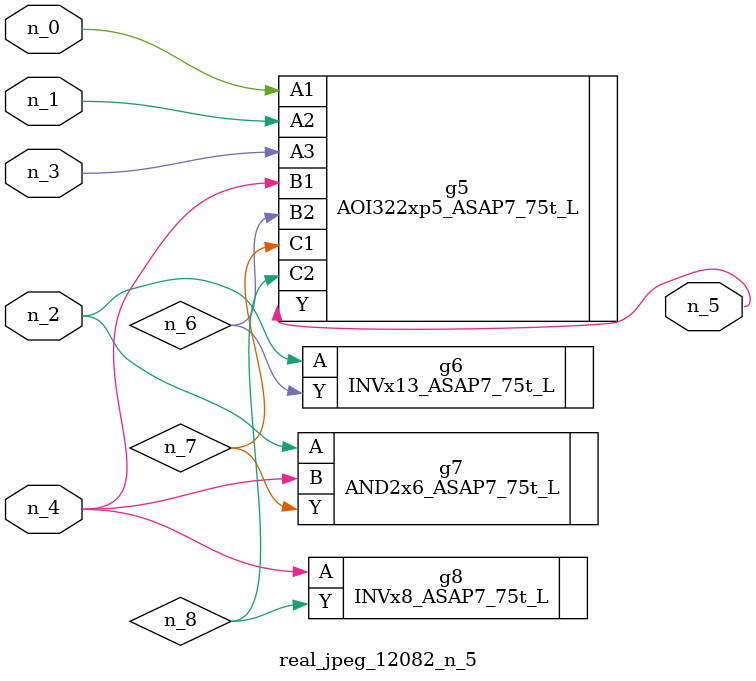
<source format=v>
module real_jpeg_12082_n_5 (n_4, n_0, n_1, n_2, n_3, n_5);

input n_4;
input n_0;
input n_1;
input n_2;
input n_3;

output n_5;

wire n_8;
wire n_6;
wire n_7;

AOI322xp5_ASAP7_75t_L g5 ( 
.A1(n_0),
.A2(n_1),
.A3(n_3),
.B1(n_4),
.B2(n_6),
.C1(n_7),
.C2(n_8),
.Y(n_5)
);

INVx13_ASAP7_75t_L g6 ( 
.A(n_2),
.Y(n_6)
);

AND2x6_ASAP7_75t_L g7 ( 
.A(n_2),
.B(n_4),
.Y(n_7)
);

INVx8_ASAP7_75t_L g8 ( 
.A(n_4),
.Y(n_8)
);


endmodule
</source>
